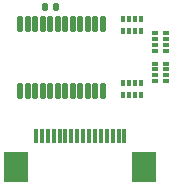
<source format=gbr>
%TF.GenerationSoftware,KiCad,Pcbnew,8.0.8-8.0.8-0~ubuntu24.04.1*%
%TF.CreationDate,2025-03-22T16:56:25+00:00*%
%TF.ProjectId,FSRrayDMUX-ADC,46535272-6179-4444-9d55-582d4144432e,rev?*%
%TF.SameCoordinates,Original*%
%TF.FileFunction,Paste,Bot*%
%TF.FilePolarity,Positive*%
%FSLAX46Y46*%
G04 Gerber Fmt 4.6, Leading zero omitted, Abs format (unit mm)*
G04 Created by KiCad (PCBNEW 8.0.8-8.0.8-0~ubuntu24.04.1) date 2025-03-22 16:56:25*
%MOMM*%
%LPD*%
G01*
G04 APERTURE LIST*
G04 Aperture macros list*
%AMRoundRect*
0 Rectangle with rounded corners*
0 $1 Rounding radius*
0 $2 $3 $4 $5 $6 $7 $8 $9 X,Y pos of 4 corners*
0 Add a 4 corners polygon primitive as box body*
4,1,4,$2,$3,$4,$5,$6,$7,$8,$9,$2,$3,0*
0 Add four circle primitives for the rounded corners*
1,1,$1+$1,$2,$3*
1,1,$1+$1,$4,$5*
1,1,$1+$1,$6,$7*
1,1,$1+$1,$8,$9*
0 Add four rect primitives between the rounded corners*
20,1,$1+$1,$2,$3,$4,$5,0*
20,1,$1+$1,$4,$5,$6,$7,0*
20,1,$1+$1,$6,$7,$8,$9,0*
20,1,$1+$1,$8,$9,$2,$3,0*%
G04 Aperture macros list end*
%ADD10R,0.300000X1.250000*%
%ADD11R,2.000000X2.500000*%
%ADD12R,0.400000X0.500000*%
%ADD13R,0.300000X0.500000*%
%ADD14R,0.500000X0.400000*%
%ADD15R,0.500000X0.300000*%
%ADD16RoundRect,0.140000X-0.140000X-0.170000X0.140000X-0.170000X0.140000X0.170000X-0.140000X0.170000X0*%
%ADD17RoundRect,0.020500X0.184500X-0.599500X0.184500X0.599500X-0.184500X0.599500X-0.184500X-0.599500X0*%
G04 APERTURE END LIST*
D10*
%TO.C,FPC2*%
X157750000Y-138710000D03*
X157250000Y-138710000D03*
X156750000Y-138710000D03*
X156250000Y-138710000D03*
X155750000Y-138710000D03*
X155250000Y-138710000D03*
X154750000Y-138710000D03*
X154250000Y-138710000D03*
X153750000Y-138710000D03*
X153250000Y-138710000D03*
X152750000Y-138710000D03*
X152250000Y-138710000D03*
X151750000Y-138710000D03*
X151250000Y-138710000D03*
X150750000Y-138710000D03*
X150250000Y-138710000D03*
D11*
X148560000Y-141290000D03*
X159440000Y-141290000D03*
%TD*%
D12*
%TO.C,RN4*%
X157650000Y-128800000D03*
D13*
X158150000Y-128800000D03*
X158650000Y-128800000D03*
D12*
X159150000Y-128800000D03*
X159150000Y-129800000D03*
D13*
X158650000Y-129800000D03*
X158150000Y-129800000D03*
D12*
X157650000Y-129800000D03*
%TD*%
D14*
%TO.C,RN2*%
X161300000Y-132550000D03*
D15*
X161300000Y-133050000D03*
X161300000Y-133550000D03*
D14*
X161300000Y-134050000D03*
X160300000Y-134050000D03*
D15*
X160300000Y-133550000D03*
X160300000Y-133050000D03*
D14*
X160300000Y-132550000D03*
%TD*%
D12*
%TO.C,RN1*%
X159150000Y-135200000D03*
D13*
X158650000Y-135200000D03*
X158150000Y-135200000D03*
D12*
X157650000Y-135200000D03*
X157650000Y-134200000D03*
D13*
X158150000Y-134200000D03*
X158650000Y-134200000D03*
D12*
X159150000Y-134200000D03*
%TD*%
D16*
%TO.C,C1*%
X151020000Y-127800000D03*
X151980000Y-127800000D03*
%TD*%
D14*
%TO.C,RN3*%
X161300000Y-129950000D03*
D15*
X161300000Y-130450000D03*
X161300000Y-130950000D03*
D14*
X161300000Y-131450000D03*
X160300000Y-131450000D03*
D15*
X160300000Y-130950000D03*
X160300000Y-130450000D03*
D14*
X160300000Y-129950000D03*
%TD*%
D17*
%TO.C,ADC1*%
X155892500Y-134835000D03*
X155257500Y-134835000D03*
X154622500Y-134835000D03*
X153987500Y-134835000D03*
X153352500Y-134835000D03*
X152717500Y-134835000D03*
X152082500Y-134835000D03*
X151447500Y-134835000D03*
X150812500Y-134835000D03*
X150177500Y-134835000D03*
X149542500Y-134835000D03*
X148907500Y-134835000D03*
X148907500Y-129165000D03*
X149542500Y-129165000D03*
X150177500Y-129165000D03*
X150812500Y-129165000D03*
X151447500Y-129165000D03*
X152082500Y-129165000D03*
X152717500Y-129165000D03*
X153352500Y-129165000D03*
X153987500Y-129165000D03*
X154622500Y-129165000D03*
X155257500Y-129165000D03*
X155892500Y-129165000D03*
%TD*%
M02*

</source>
